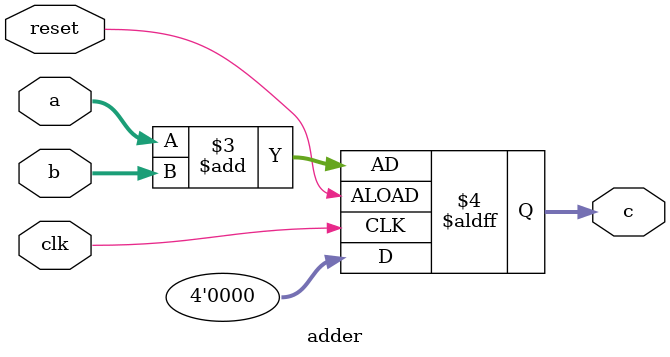
<source format=sv>
module adder(
    input logic [3:0]  a,
    input logic [3:0]  b,
    input logic reset,
    output logic [3:0]  c,
    input logic clk

);
always_ff @(posedge clk or negedge reset) begin
if (!reset) begin 
c = a+b;
end else begin 
    c = 0;
end
end
endmodule
</source>
